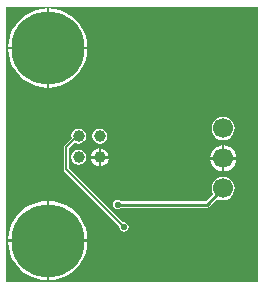
<source format=gbl>
G04*
G04 #@! TF.GenerationSoftware,Altium Limited,Altium Designer,20.2.6 (244)*
G04*
G04 Layer_Physical_Order=2*
G04 Layer_Color=16711680*
%FSLAX25Y25*%
%MOIN*%
G70*
G04*
G04 #@! TF.SameCoordinates,9326E741-AAEA-4F7E-AF2F-977F5830F9C7*
G04*
G04*
G04 #@! TF.FilePolarity,Positive*
G04*
G01*
G75*
%ADD27C,0.00600*%
%ADD28C,0.01000*%
%ADD29C,0.06693*%
%ADD30C,0.24410*%
%ADD31C,0.03937*%
%ADD32C,0.02165*%
G36*
X85302Y1313D02*
X1313D01*
Y93176D01*
X85302Y93176D01*
Y1313D01*
D02*
G37*
%LPC*%
G36*
X15558Y92545D02*
Y79731D01*
X28372D01*
X28240Y81403D01*
X27755Y83424D01*
X26959Y85344D01*
X25873Y87116D01*
X24523Y88697D01*
X22943Y90047D01*
X21171Y91133D01*
X19251Y91928D01*
X17230Y92413D01*
X15558Y92545D01*
D02*
G37*
G36*
X14758D02*
X13085Y92413D01*
X11064Y91928D01*
X9144Y91133D01*
X7372Y90047D01*
X5791Y88697D01*
X4442Y87116D01*
X3356Y85344D01*
X2560Y83424D01*
X2075Y81403D01*
X1943Y79731D01*
X14758D01*
Y92545D01*
D02*
G37*
G36*
X28372Y78931D02*
X15558D01*
Y66117D01*
X17230Y66248D01*
X19251Y66733D01*
X21171Y67529D01*
X22943Y68615D01*
X24523Y69965D01*
X25873Y71545D01*
X26959Y73317D01*
X27755Y75238D01*
X28240Y77259D01*
X28372Y78931D01*
D02*
G37*
G36*
X14758D02*
X1943D01*
X2075Y77259D01*
X2560Y75238D01*
X3356Y73317D01*
X4442Y71545D01*
X5791Y69965D01*
X7372Y68615D01*
X9144Y67529D01*
X11064Y66733D01*
X13085Y66248D01*
X14758Y66117D01*
Y78931D01*
D02*
G37*
G36*
X73622Y56399D02*
X72618Y56267D01*
X71682Y55880D01*
X70879Y55263D01*
X70262Y54460D01*
X69875Y53524D01*
X69742Y52520D01*
X69875Y51516D01*
X70262Y50580D01*
X70879Y49776D01*
X71682Y49160D01*
X72618Y48772D01*
X73622Y48640D01*
X74626Y48772D01*
X75562Y49160D01*
X76365Y49776D01*
X76982Y50580D01*
X77369Y51516D01*
X77502Y52520D01*
X77369Y53524D01*
X76982Y54460D01*
X76365Y55263D01*
X75562Y55880D01*
X74626Y56267D01*
X73622Y56399D01*
D02*
G37*
G36*
X32480Y52501D02*
X31517Y52310D01*
X30701Y51764D01*
X30155Y50947D01*
X29963Y49984D01*
X30155Y49021D01*
X30701Y48205D01*
X31517Y47659D01*
X32480Y47467D01*
X33443Y47659D01*
X34260Y48205D01*
X34806Y49021D01*
X34997Y49984D01*
X34806Y50947D01*
X34260Y51764D01*
X33443Y52310D01*
X32480Y52501D01*
D02*
G37*
G36*
X25409D02*
X24446Y52310D01*
X23630Y51764D01*
X23084Y50947D01*
X22893Y49984D01*
X23051Y49189D01*
X20683Y46821D01*
X20506Y46556D01*
X20444Y46244D01*
X20444Y46244D01*
Y38976D01*
X20444Y38976D01*
X20506Y38664D01*
X20683Y38400D01*
X39014Y20069D01*
X38938Y19685D01*
X39060Y19068D01*
X39410Y18544D01*
X39934Y18194D01*
X40551Y18071D01*
X41169Y18194D01*
X41692Y18544D01*
X42042Y19068D01*
X42165Y19685D01*
X42042Y20303D01*
X41692Y20826D01*
X41169Y21176D01*
X40551Y21299D01*
X40167Y21222D01*
X22075Y39314D01*
Y45906D01*
X24076Y47907D01*
X24446Y47659D01*
X25409Y47467D01*
X26373Y47659D01*
X27189Y48205D01*
X27735Y49021D01*
X27926Y49984D01*
X27735Y50947D01*
X27189Y51764D01*
X26373Y52310D01*
X25409Y52501D01*
D02*
G37*
G36*
X32880Y45855D02*
Y43313D01*
X35422D01*
X35372Y43688D01*
X35073Y44410D01*
X34598Y45031D01*
X33977Y45506D01*
X33255Y45805D01*
X32880Y45855D01*
D02*
G37*
G36*
X32080D02*
X31705Y45805D01*
X30983Y45506D01*
X30363Y45031D01*
X29887Y44410D01*
X29588Y43688D01*
X29539Y43313D01*
X32080D01*
Y45855D01*
D02*
G37*
G36*
X74022Y46851D02*
Y42920D01*
X77953D01*
X77857Y43654D01*
X77419Y44712D01*
X76722Y45620D01*
X75814Y46316D01*
X74757Y46754D01*
X74022Y46851D01*
D02*
G37*
G36*
X73222D02*
X72487Y46754D01*
X71430Y46316D01*
X70522Y45620D01*
X69825Y44712D01*
X69388Y43654D01*
X69291Y42920D01*
X73222D01*
Y46851D01*
D02*
G37*
G36*
X25409Y45430D02*
X24446Y45239D01*
X23630Y44693D01*
X23084Y43876D01*
X22893Y42913D01*
X23084Y41950D01*
X23630Y41134D01*
X24446Y40588D01*
X25409Y40396D01*
X26373Y40588D01*
X27189Y41134D01*
X27735Y41950D01*
X27926Y42913D01*
X27735Y43876D01*
X27189Y44693D01*
X26373Y45239D01*
X25409Y45430D01*
D02*
G37*
G36*
X35422Y42513D02*
X32880D01*
Y39972D01*
X33255Y40021D01*
X33977Y40320D01*
X34598Y40796D01*
X35073Y41416D01*
X35372Y42138D01*
X35422Y42513D01*
D02*
G37*
G36*
X32080D02*
X29539D01*
X29588Y42138D01*
X29887Y41416D01*
X30363Y40796D01*
X30983Y40320D01*
X31705Y40021D01*
X32080Y39972D01*
Y42513D01*
D02*
G37*
G36*
X73222Y42120D02*
X69291D01*
X69388Y41385D01*
X69825Y40328D01*
X70522Y39420D01*
X71430Y38723D01*
X72487Y38285D01*
X73222Y38188D01*
Y42120D01*
D02*
G37*
G36*
X77953D02*
X74022D01*
Y38188D01*
X74757Y38285D01*
X75814Y38723D01*
X76722Y39420D01*
X77419Y40328D01*
X77857Y41385D01*
X77953Y42120D01*
D02*
G37*
G36*
X73622Y36399D02*
X72618Y36267D01*
X71682Y35880D01*
X70879Y35263D01*
X70262Y34459D01*
X69875Y33524D01*
X69742Y32520D01*
X69875Y31516D01*
X70256Y30595D01*
X67845Y28185D01*
X39608D01*
X39527Y28306D01*
X39003Y28656D01*
X38386Y28779D01*
X37768Y28656D01*
X37245Y28306D01*
X36895Y27783D01*
X36772Y27165D01*
X36895Y26548D01*
X37245Y26024D01*
X37768Y25675D01*
X38386Y25552D01*
X39003Y25675D01*
X39527Y26024D01*
X39608Y26146D01*
X68268D01*
X68658Y26223D01*
X68989Y26444D01*
X71698Y29153D01*
X72618Y28772D01*
X73622Y28640D01*
X74626Y28772D01*
X75562Y29160D01*
X76365Y29776D01*
X76982Y30580D01*
X77369Y31516D01*
X77502Y32520D01*
X77369Y33524D01*
X76982Y34459D01*
X76365Y35263D01*
X75562Y35880D01*
X74626Y36267D01*
X73622Y36399D01*
D02*
G37*
G36*
X15558Y28372D02*
Y15558D01*
X28372D01*
X28240Y17230D01*
X27755Y19251D01*
X26959Y21171D01*
X25873Y22943D01*
X24523Y24523D01*
X22943Y25873D01*
X21171Y26959D01*
X19251Y27755D01*
X17230Y28240D01*
X15558Y28372D01*
D02*
G37*
G36*
X14758D02*
X13085Y28240D01*
X11064Y27755D01*
X9144Y26959D01*
X7372Y25873D01*
X5791Y24523D01*
X4442Y22943D01*
X3356Y21171D01*
X2560Y19251D01*
X2075Y17230D01*
X1943Y15558D01*
X14758D01*
Y28372D01*
D02*
G37*
G36*
X28372Y14758D02*
X15558D01*
Y1943D01*
X17230Y2075D01*
X19251Y2560D01*
X21171Y3356D01*
X22943Y4442D01*
X24523Y5791D01*
X25873Y7372D01*
X26959Y9144D01*
X27755Y11064D01*
X28240Y13085D01*
X28372Y14758D01*
D02*
G37*
G36*
X14758D02*
X1943D01*
X2075Y13085D01*
X2560Y11064D01*
X3356Y9144D01*
X4442Y7372D01*
X5791Y5791D01*
X7372Y4442D01*
X9144Y3356D01*
X11064Y2560D01*
X13085Y2075D01*
X14758Y1943D01*
Y14758D01*
D02*
G37*
%LPD*%
D27*
X21260Y38976D02*
X40551Y19685D01*
X21260Y46244D02*
X25000Y49984D01*
X21260Y38976D02*
Y46244D01*
X25000Y49984D02*
X25409D01*
D28*
X68268Y27165D02*
X73622Y32520D01*
X38386Y27165D02*
X68268D01*
D29*
X73622Y32520D02*
D03*
Y42520D02*
D03*
Y52520D02*
D03*
D30*
X15157Y79331D02*
D03*
Y15157D02*
D03*
D31*
X32480Y49984D02*
D03*
X25409D02*
D03*
Y42913D02*
D03*
X32480D02*
D03*
D32*
X77165Y77165D02*
D03*
X83071Y65354D02*
D03*
Y41732D02*
D03*
Y18110D02*
D03*
X77165Y6299D02*
D03*
X65354Y77165D02*
D03*
Y53543D02*
D03*
X71260Y18110D02*
D03*
X65354Y6299D02*
D03*
X53543Y77165D02*
D03*
Y6299D02*
D03*
X41732Y77165D02*
D03*
Y6299D02*
D03*
X29921D02*
D03*
X18110Y53543D02*
D03*
X6299D02*
D03*
X12205Y41732D02*
D03*
X6299Y29921D02*
D03*
X60236Y24583D02*
D03*
X62205Y47441D02*
D03*
X44193Y55216D02*
D03*
X31890Y77953D02*
D03*
X40551Y19685D02*
D03*
X38386Y27165D02*
D03*
X60630Y19094D02*
D03*
M02*

</source>
